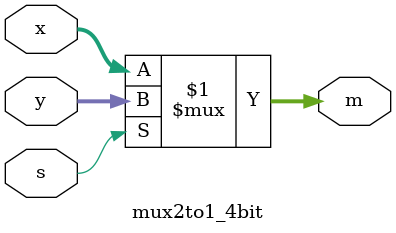
<source format=v>
/*
	4 bit wide 2 to 1 mutex
	Select 0 -> output x1, x2, x3, x4
	Select 1 -> output y1, y2, y3, y4
*/
module mux2to1_4bit (
	input s, // Select signal: 0 -> output x, 1 -> output y
	input [3:0] x, // Input 0
	input [3:0] y, // Input 1
	
	output [3:0] m // Output
);

	assign m = s ? y : x;
	
endmodule
</source>
